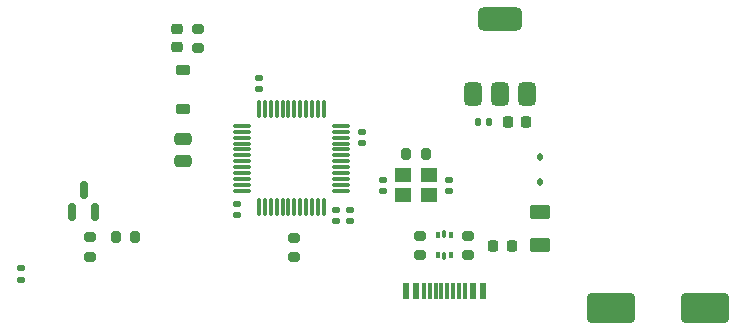
<source format=gbr>
%TF.GenerationSoftware,KiCad,Pcbnew,8.0.1*%
%TF.CreationDate,2024-04-05T21:06:31+06:30*%
%TF.ProjectId,STM32_base,53544d33-325f-4626-9173-652e6b696361,rev?*%
%TF.SameCoordinates,PX48ab840PY853a720*%
%TF.FileFunction,Paste,Top*%
%TF.FilePolarity,Positive*%
%FSLAX46Y46*%
G04 Gerber Fmt 4.6, Leading zero omitted, Abs format (unit mm)*
G04 Created by KiCad (PCBNEW 8.0.1) date 2024-04-05 21:06:31*
%MOMM*%
%LPD*%
G01*
G04 APERTURE LIST*
G04 Aperture macros list*
%AMRoundRect*
0 Rectangle with rounded corners*
0 $1 Rounding radius*
0 $2 $3 $4 $5 $6 $7 $8 $9 X,Y pos of 4 corners*
0 Add a 4 corners polygon primitive as box body*
4,1,4,$2,$3,$4,$5,$6,$7,$8,$9,$2,$3,0*
0 Add four circle primitives for the rounded corners*
1,1,$1+$1,$2,$3*
1,1,$1+$1,$4,$5*
1,1,$1+$1,$6,$7*
1,1,$1+$1,$8,$9*
0 Add four rect primitives between the rounded corners*
20,1,$1+$1,$2,$3,$4,$5,0*
20,1,$1+$1,$4,$5,$6,$7,0*
20,1,$1+$1,$6,$7,$8,$9,0*
20,1,$1+$1,$8,$9,$2,$3,0*%
G04 Aperture macros list end*
%ADD10RoundRect,0.250000X0.625000X-0.375000X0.625000X0.375000X-0.625000X0.375000X-0.625000X-0.375000X0*%
%ADD11RoundRect,0.140000X0.170000X-0.140000X0.170000X0.140000X-0.170000X0.140000X-0.170000X-0.140000X0*%
%ADD12RoundRect,0.200000X-0.200000X-0.275000X0.200000X-0.275000X0.200000X0.275000X-0.200000X0.275000X0*%
%ADD13RoundRect,0.112500X-0.112500X0.187500X-0.112500X-0.187500X0.112500X-0.187500X0.112500X0.187500X0*%
%ADD14RoundRect,0.140000X-0.170000X0.140000X-0.170000X-0.140000X0.170000X-0.140000X0.170000X0.140000X0*%
%ADD15R,1.400000X1.200000*%
%ADD16RoundRect,0.250000X-0.475000X0.250000X-0.475000X-0.250000X0.475000X-0.250000X0.475000X0.250000X0*%
%ADD17RoundRect,0.218750X-0.218750X-0.256250X0.218750X-0.256250X0.218750X0.256250X-0.218750X0.256250X0*%
%ADD18RoundRect,0.150000X0.150000X-0.587500X0.150000X0.587500X-0.150000X0.587500X-0.150000X-0.587500X0*%
%ADD19RoundRect,0.200000X0.275000X-0.200000X0.275000X0.200000X-0.275000X0.200000X-0.275000X-0.200000X0*%
%ADD20RoundRect,0.200000X0.200000X0.275000X-0.200000X0.275000X-0.200000X-0.275000X0.200000X-0.275000X0*%
%ADD21R,0.600000X1.450000*%
%ADD22R,0.300000X1.450000*%
%ADD23RoundRect,0.218750X0.256250X-0.218750X0.256250X0.218750X-0.256250X0.218750X-0.256250X-0.218750X0*%
%ADD24RoundRect,0.200000X-0.275000X0.200000X-0.275000X-0.200000X0.275000X-0.200000X0.275000X0.200000X0*%
%ADD25RoundRect,0.075000X0.662500X0.075000X-0.662500X0.075000X-0.662500X-0.075000X0.662500X-0.075000X0*%
%ADD26RoundRect,0.075000X0.075000X0.662500X-0.075000X0.662500X-0.075000X-0.662500X0.075000X-0.662500X0*%
%ADD27RoundRect,0.225000X0.375000X-0.225000X0.375000X0.225000X-0.375000X0.225000X-0.375000X-0.225000X0*%
%ADD28RoundRect,0.375000X0.375000X-0.625000X0.375000X0.625000X-0.375000X0.625000X-0.375000X-0.625000X0*%
%ADD29RoundRect,0.500000X1.400000X-0.500000X1.400000X0.500000X-1.400000X0.500000X-1.400000X-0.500000X0*%
%ADD30RoundRect,0.225000X0.225000X0.250000X-0.225000X0.250000X-0.225000X-0.250000X0.225000X-0.250000X0*%
%ADD31RoundRect,0.250000X-1.750000X-1.000000X1.750000X-1.000000X1.750000X1.000000X-1.750000X1.000000X0*%
%ADD32RoundRect,0.140000X0.140000X0.170000X-0.140000X0.170000X-0.140000X-0.170000X0.140000X-0.170000X0*%
%ADD33RoundRect,0.093750X0.093750X-0.156250X0.093750X0.156250X-0.093750X0.156250X-0.093750X-0.156250X0*%
%ADD34RoundRect,0.075000X0.075000X-0.250000X0.075000X0.250000X-0.075000X0.250000X-0.075000X-0.250000X0*%
G04 APERTURE END LIST*
D10*
%TO.C,F1*%
X67767200Y12976400D03*
X67767200Y15776400D03*
%TD*%
D11*
%TO.C,C6*%
X54483000Y17554000D03*
X54483000Y18514000D03*
%TD*%
D12*
%TO.C,R2*%
X56452000Y20701000D03*
X58102000Y20701000D03*
%TD*%
D11*
%TO.C,C7*%
X23876000Y10035600D03*
X23876000Y10995600D03*
%TD*%
D13*
%TO.C,D1*%
X67818000Y20404800D03*
X67818000Y18304800D03*
%TD*%
D11*
%TO.C,C3*%
X52705000Y21618000D03*
X52705000Y22578000D03*
%TD*%
D14*
%TO.C,C5*%
X42164000Y16482000D03*
X42164000Y15522000D03*
%TD*%
D15*
%TO.C,Y1*%
X56177000Y17184000D03*
X58377000Y17184000D03*
X58377000Y18884000D03*
X56177000Y18884000D03*
%TD*%
D16*
%TO.C,C14*%
X37592000Y21972000D03*
X37592000Y20072000D03*
%TD*%
D17*
%TO.C,FB1*%
X63830100Y12903200D03*
X65405100Y12903200D03*
%TD*%
D18*
%TO.C,Q1*%
X28194000Y15748000D03*
X30094000Y15748000D03*
X29144000Y17623000D03*
%TD*%
D19*
%TO.C,R7*%
X29652000Y11972000D03*
X29652000Y13622000D03*
%TD*%
D20*
%TO.C,R6*%
X33525000Y13622000D03*
X31875000Y13622000D03*
%TD*%
D21*
%TO.C,J5*%
X56440000Y9125000D03*
X57240000Y9125000D03*
D22*
X58440000Y9125000D03*
X59440000Y9125000D03*
X59940000Y9125000D03*
X60940000Y9125000D03*
D21*
X62140000Y9125000D03*
X62940000Y9125000D03*
X62940000Y9125000D03*
X62140000Y9125000D03*
D22*
X61440000Y9125000D03*
X60440000Y9125000D03*
X58940000Y9125000D03*
X57940000Y9125000D03*
D21*
X57240000Y9125000D03*
X56440000Y9125000D03*
%TD*%
D23*
%TO.C,D2*%
X37084000Y29712500D03*
X37084000Y31287500D03*
%TD*%
D11*
%TO.C,C4*%
X43992800Y26190000D03*
X43992800Y27150000D03*
%TD*%
D24*
%TO.C,R1*%
X46990000Y13588000D03*
X46990000Y11938000D03*
%TD*%
D25*
%TO.C,U1*%
X50898500Y17570000D03*
X50898500Y18070000D03*
X50898500Y18570000D03*
X50898500Y19070000D03*
X50898500Y19570000D03*
X50898500Y20070000D03*
X50898500Y20570000D03*
X50898500Y21070000D03*
X50898500Y21570000D03*
X50898500Y22070000D03*
X50898500Y22570000D03*
X50898500Y23070000D03*
D26*
X49486000Y24482500D03*
X48986000Y24482500D03*
X48486000Y24482500D03*
X47986000Y24482500D03*
X47486000Y24482500D03*
X46986000Y24482500D03*
X46486000Y24482500D03*
X45986000Y24482500D03*
X45486000Y24482500D03*
X44986000Y24482500D03*
X44486000Y24482500D03*
X43986000Y24482500D03*
D25*
X42573500Y23070000D03*
X42573500Y22570000D03*
X42573500Y22070000D03*
X42573500Y21570000D03*
X42573500Y21070000D03*
X42573500Y20570000D03*
X42573500Y20070000D03*
X42573500Y19570000D03*
X42573500Y19070000D03*
X42573500Y18570000D03*
X42573500Y18070000D03*
X42573500Y17570000D03*
D26*
X43986000Y16157500D03*
X44486000Y16157500D03*
X44986000Y16157500D03*
X45486000Y16157500D03*
X45986000Y16157500D03*
X46486000Y16157500D03*
X46986000Y16157500D03*
X47486000Y16157500D03*
X47986000Y16157500D03*
X48486000Y16157500D03*
X48986000Y16157500D03*
X49486000Y16157500D03*
%TD*%
D27*
%TO.C,D3*%
X37592000Y24530000D03*
X37592000Y27830000D03*
%TD*%
D28*
%TO.C,U3*%
X62089000Y25806000D03*
X64389000Y25806000D03*
D29*
X64389000Y32106000D03*
D28*
X66689000Y25806000D03*
%TD*%
D30*
%TO.C,C12*%
X66589000Y23368000D03*
X65039000Y23368000D03*
%TD*%
D24*
%TO.C,R5*%
X38862000Y31305000D03*
X38862000Y29655000D03*
%TD*%
D31*
%TO.C,C11*%
X73787000Y7620000D03*
X81787000Y7620000D03*
%TD*%
D19*
%TO.C,R3*%
X61722900Y12129000D03*
X61722900Y13779000D03*
%TD*%
D14*
%TO.C,C1*%
X50546000Y15974000D03*
X50546000Y15014000D03*
%TD*%
D32*
%TO.C,C13*%
X63500000Y23368000D03*
X62540000Y23368000D03*
%TD*%
D19*
%TO.C,R4*%
X57658900Y12129000D03*
X57658900Y13779000D03*
%TD*%
D33*
%TO.C,U2*%
X59153400Y12104000D03*
D34*
X59690900Y12029000D03*
D33*
X60228400Y12104000D03*
X60228400Y13804000D03*
D34*
X59690900Y13879000D03*
D33*
X59153400Y13804000D03*
%TD*%
D14*
%TO.C,C2*%
X51689000Y15974000D03*
X51689000Y15014000D03*
%TD*%
%TO.C,C8*%
X60071000Y18514000D03*
X60071000Y17554000D03*
%TD*%
M02*

</source>
